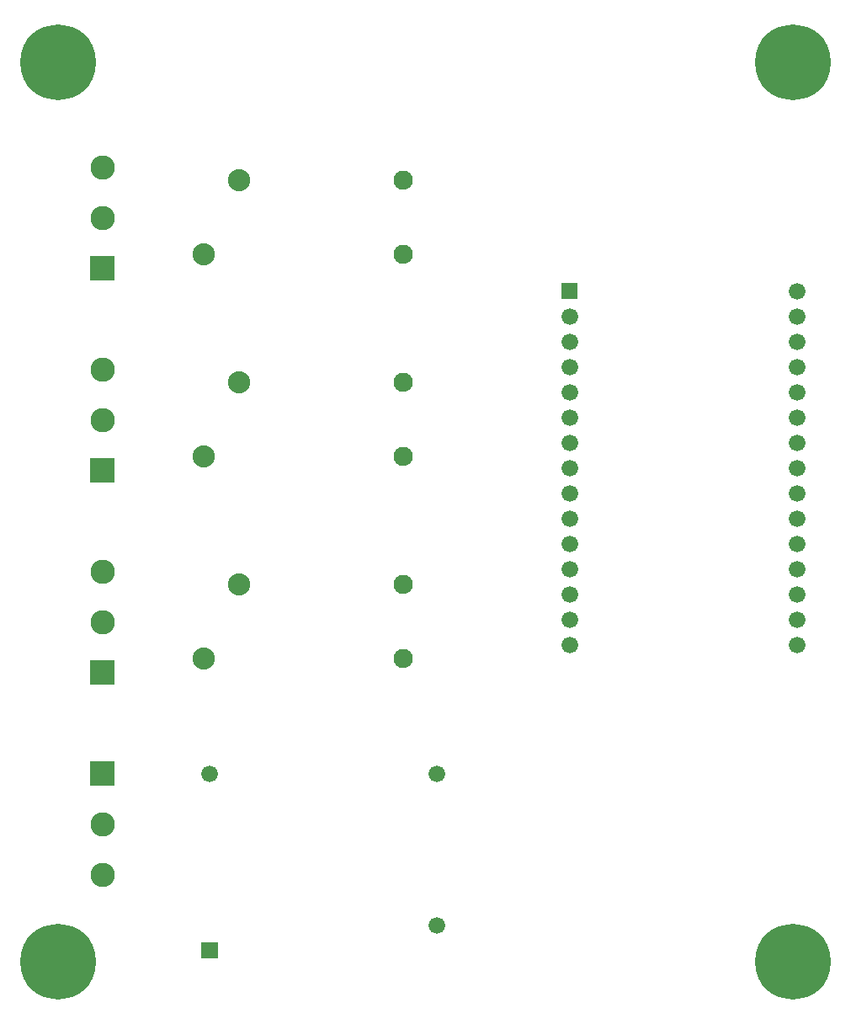
<source format=gbr>
G04 start of page 7 for group -4062 idx -4062 *
G04 Title: (unknown), soldermask *
G04 Creator: pcb 4.0.2 *
G04 CreationDate: Thu Dec 31 16:53:57 2020 UTC *
G04 For: petersen *
G04 Format: Gerber/RS-274X *
G04 PCB-Dimensions (mil): 3250.00 3900.00 *
G04 PCB-Coordinate-Origin: lower left *
%MOIN*%
%FSLAX25Y25*%
%LNBOTTOMMASK*%
%ADD61C,0.0660*%
%ADD60C,0.0880*%
%ADD59C,0.0760*%
%ADD58C,0.0960*%
%ADD57C,0.0001*%
%ADD56C,0.2997*%
G54D56*X308000Y373000D03*
X17000D03*
G54D57*G36*
X29700Y296300D02*Y286700D01*
X39300D01*
Y296300D01*
X29700D01*
G37*
G54D58*X34500Y311500D03*
Y331500D03*
G54D59*X153500Y326500D03*
Y296972D03*
G54D60*X88539Y326500D03*
X74760Y296972D03*
G54D57*G36*
X216200Y285800D02*Y279200D01*
X222800D01*
Y285800D01*
X216200D01*
G37*
G54D61*X219500Y272500D03*
Y262500D03*
Y252500D03*
Y242500D03*
Y232500D03*
Y222500D03*
Y212500D03*
Y202500D03*
Y192500D03*
G54D59*X153500Y246500D03*
Y216972D03*
G54D60*X88539Y246500D03*
X74760Y216972D03*
G54D57*G36*
X29700Y216300D02*Y206700D01*
X39300D01*
Y216300D01*
X29700D01*
G37*
G54D58*X34500Y231500D03*
Y251500D03*
G54D61*X309500Y282500D03*
Y272500D03*
Y262500D03*
Y252500D03*
Y242500D03*
Y232500D03*
Y222500D03*
Y212500D03*
Y202500D03*
Y192500D03*
Y182500D03*
Y172500D03*
Y162500D03*
Y152500D03*
Y142500D03*
G54D56*X308000Y17000D03*
G54D61*X167000Y31500D03*
X219500Y142500D03*
G54D57*G36*
X73700Y24800D02*Y18200D01*
X80300D01*
Y24800D01*
X73700D01*
G37*
G54D61*X167000Y91500D03*
X77000D03*
X219500Y182500D03*
Y172500D03*
Y162500D03*
Y152500D03*
G54D56*X17000Y17000D03*
G54D59*X153500Y166500D03*
Y136972D03*
G54D60*X88539Y166500D03*
X74760Y136972D03*
G54D57*G36*
X29700Y136300D02*Y126700D01*
X39300D01*
Y136300D01*
X29700D01*
G37*
G54D58*X34500Y151500D03*
Y171500D03*
G54D57*G36*
X29700Y96300D02*Y86700D01*
X39300D01*
Y96300D01*
X29700D01*
G37*
G54D58*X34500Y71500D03*
Y51500D03*
M02*

</source>
